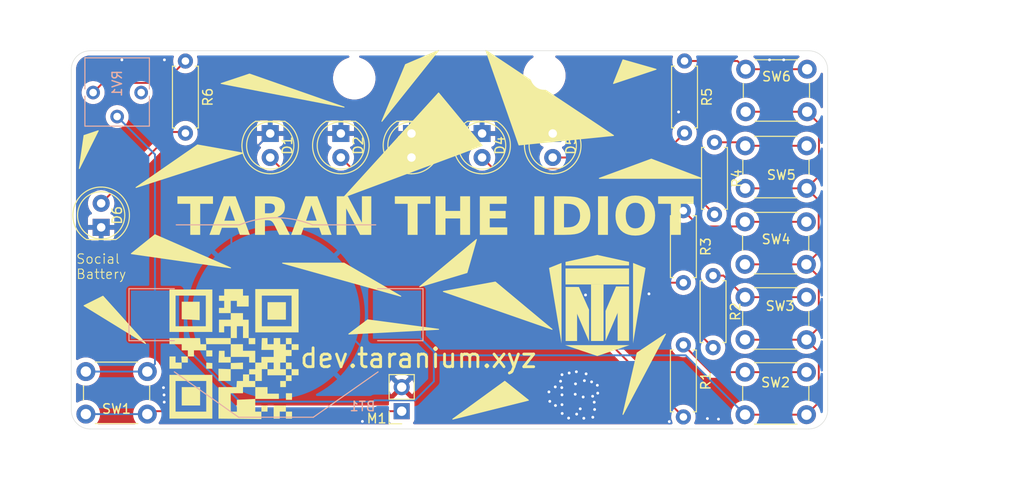
<source format=kicad_pcb>
(kicad_pcb (version 20241229) (generator "pcbnew") (generator_version "9.0")
  (layers (0 "F.Cu" signal) (2 "B.Cu" signal) (13 "F.Paste" user) (15 "B.Paste" user) (5 "F.SilkS" user "F.Silkscreen") (7 "B.SilkS" user "B.Silkscreen") (1 "F.Mask" user) (3 "B.Mask" user) (25 "Edge.Cuts" user))
  (net 0 "")
  (net 1 "GND")
  (net 2 "+3V0")
  (net 3 "Net-(D1-A)")
  (net 4 "Net-(D2-A)")
  (net 5 "Net-(D3-A)")
  (net 6 "Net-(D4-A)")
  (net 7 "Net-(D5-A)")
  (net 8 "Net-(D6-A)")
  (net 9 "Net-(M1-+)")
  (net 10 "Net-(R1-Pad1)")
  (net 11 "Net-(R2-Pad1)")
  (net 12 "Net-(R3-Pad1)")
  (net 13 "Net-(R4-Pad1)")
  (net 14 "Net-(R5-Pad1)")
  (net 15 "Net-(R6-Pad1)")
  (footprint "" (layer "F.Cu") (at 181.43 33.41)
    (property "Reference" "" (at 0 0 0) (layer "F.SilkS") (effects (font (size 1.27 1.27))))
    (property "Value" "")
    (pad "" np_thru_hole circle (at 0 0) (size 3 3) (drill 4) (layers "*.Cu" "*.Mask"))
  )
  (footprint "Resistor_THT:R_Axial_DIN0207_L6.3mm_D2.5mm_P7.62mm_Horizontal" (layer "F.Cu") (at 219.53 40.18 -90)
    (property "Reference" "R4" (at 3.81 -2.37 90) (layer "F.SilkS"))
    (property "Value" "R")
    (fp_line (start 0.54 1.37) (end 7.08 1.37) (stroke (width 0.12)) (layer "F.SilkS"))
    (fp_line (start 7.08 1.37) (end 7.08 1.04) (stroke (width 0.12)) (layer "F.SilkS"))
    (fp_line (start 0.54 1.04) (end 0.54 1.37) (stroke (width 0.12)) (layer "F.SilkS"))
    (fp_line (start 0.54 -1.04) (end 0.54 -1.37) (stroke (width 0.12)) (layer "F.SilkS"))
    (fp_line (start 0.54 -1.37) (end 7.08 -1.37) (stroke (width 0.12)) (layer "F.SilkS"))
    (fp_line (start 7.08 -1.37) (end 7.08 -1.04) (stroke (width 0.12)) (layer "F.SilkS"))
    (pad "1" thru_hole circle (at 0 0 270) (size 1.6 1.6) (drill 0.8) (layers "*.Cu" "*.Mask") (net 13 "Net-(R4-Pad1)"))
    (pad "2" thru_hole oval (at 7.62 0 270) (size 1.6 1.6) (drill 0.8) (layers "*.Cu" "*.Mask") (net 6 "Net-(D4-A)"))
  )
  (footprint "Button_Switch_THT:SW_PUSH_6mm" (layer "F.Cu") (at 222.75 48.59)
    (property "Reference" "SW4" (at 3.3 1.85 0) (layer "F.SilkS"))
    (property "Value" "SW_Push")
    (fp_line (start -0.25 1.5) (end -0.25 3) (stroke (width 0.12)) (layer "F.SilkS"))
    (fp_line (start 1 5.5) (end 5.5 5.5) (stroke (width 0.12)) (layer "F.SilkS"))
    (fp_line (start 5.5 -1) (end 1 -1) (stroke (width 0.12)) (layer "F.SilkS"))
    (fp_line (start 6.75 3) (end 6.75 1.5) (stroke (width 0.12)) (layer "F.SilkS"))
    (pad "1" thru_hole circle (at 0 0 90) (size 2 2) (drill 1.1) (layers "*.Cu" "*.Mask") (net 12 "Net-(R3-Pad1)"))
    (pad "1" thru_hole circle (at 6.5 0 90) (size 2 2) (drill 1.1) (layers "*.Cu" "*.Mask") (net 12 "Net-(R3-Pad1)"))
    (pad "2" thru_hole circle (at 0 4.5 90) (size 2 2) (drill 1.1) (layers "*.Cu" "*.Mask") (net 2 "+3V0"))
    (pad "2" thru_hole circle (at 6.5 4.5 90) (size 2 2) (drill 1.1) (layers "*.Cu" "*.Mask") (net 2 "+3V0"))
  )
  (footprint "Resistor_THT:R_Axial_DIN0207_L6.3mm_D2.5mm_P7.62mm_Horizontal" (layer "F.Cu") (at 216.24 61.61 -90)
    (property "Reference" "R1" (at 3.81 -2.37 90) (layer "F.SilkS"))
    (property "Value" "R")
    (fp_line (start 0.54 1.37) (end 7.08 1.37) (stroke (width 0.12)) (layer "F.SilkS"))
    (fp_line (start 7.08 1.37) (end 7.08 1.04) (stroke (width 0.12)) (layer "F.SilkS"))
    (fp_line (start 0.54 1.04) (end 0.54 1.37) (stroke (width 0.12)) (layer "F.SilkS"))
    (fp_line (start 0.54 -1.04) (end 0.54 -1.37) (stroke (width 0.12)) (layer "F.SilkS"))
    (fp_line (start 0.54 -1.37) (end 7.08 -1.37) (stroke (width 0.12)) (layer "F.SilkS"))
    (fp_line (start 7.08 -1.37) (end 7.08 -1.04) (stroke (width 0.12)) (layer "F.SilkS"))
    (pad "1" thru_hole circle (at 0 0 270) (size 1.6 1.6) (drill 0.8) (layers "*.Cu" "*.Mask") (net 10 "Net-(R1-Pad1)"))
    (pad "2" thru_hole oval (at 7.62 0 270) (size 1.6 1.6) (drill 0.8) (layers "*.Cu" "*.Mask") (net 3 "Net-(D1-A)"))
  )
  (footprint "Button_Switch_THT:SW_PUSH_6mm" (layer "F.Cu") (at 159.54 68.93 180)
    (property "Reference" "SW1" (at 3.26 0.55 0) (layer "F.SilkS"))
    (property "Value" "SW_Push")
    (fp_line (start 6.75 3) (end 6.75 1.5) (stroke (width 0.12)) (layer "F.SilkS"))
    (fp_line (start 5.5 -1) (end 1 -1) (stroke (width 0.12)) (layer "F.SilkS"))
    (fp_line (start 1 5.5) (end 5.5 5.5) (stroke (width 0.12)) (layer "F.SilkS"))
    (fp_line (start -0.25 1.5) (end -0.25 3) (stroke (width 0.12)) (layer "F.SilkS"))
    (pad "1" thru_hole circle (at 0 0 270) (size 2 2) (drill 1.1) (layers "*.Cu" "*.Mask") (net 9 "Net-(M1-+)"))
    (pad "1" thru_hole circle (at 6.5 0 270) (size 2 2) (drill 1.1) (layers "*.Cu" "*.Mask") (net 9 "Net-(M1-+)"))
    (pad "2" thru_hole circle (at 0 4.5 270) (size 2 2) (drill 1.1) (layers "*.Cu" "*.Mask") (net 2 "+3V0"))
    (pad "2" thru_hole circle (at 6.5 4.5 270) (size 2 2) (drill 1.1) (layers "*.Cu" "*.Mask") (net 2 "+3V0"))
  )
  (footprint "LED_THT:LED_D5.0mm" (layer "F.Cu") (at 154.66 49.175 90)
    (property "Reference" "D6" (at 1.275 1.69 90) (layer "F.SilkS"))
    (property "Value" "LED")
    (fp_line (start -1.29 -1.545) (end -1.29 1.545) (stroke (width 0.12)) (layer "F.SilkS"))
    (fp_arc (start -1.29 -1.54483) (mid 2.071756 -2.880501) (end 4.26 -0.000048) (stroke (width 0.12)) (layer "F.SilkS"))
    (fp_arc (start 4.26 0.000048) (mid 2.071756 2.880501) (end -1.29 1.54483) (stroke (width 0.12)) (layer "F.SilkS"))
    (fp_circle (center 1.27 0) (end 3.77 0) (stroke (width 0.12)) (fill no) (layer "F.SilkS"))
    (pad "1" thru_hole rect (at 0 0 90) (size 1.8 1.8) (drill 0.9) (layers "*.Cu" "*.Mask") (net 1 "GND"))
    (pad "2" thru_hole circle (at 2.54 0 90) (size 1.8 1.8) (drill 0.9) (layers "*.Cu" "*.Mask") (net 8 "Net-(D6-A)"))
  )
  (footprint "LED_THT:LED_D5.0mm" (layer "F.Cu") (at 180.01 39.25 -90)
    (property "Reference" "D2" (at 1.27 -1.84 90) (layer "F.SilkS"))
    (property "Value" "LED")
    (fp_line (start -1.29 -1.545) (end -1.29 1.545) (stroke (width 0.12)) (layer "F.SilkS"))
    (fp_arc (start 4.26 0.000048) (mid 2.071756 2.880501) (end -1.29 1.54483) (stroke (width 0.12)) (layer "F.SilkS"))
    (fp_arc (start -1.29 -1.54483) (mid 2.071756 -2.880501) (end 4.26 -0.000048) (stroke (width 0.12)) (layer "F.SilkS"))
    (fp_circle (center 1.27 0) (end 3.77 0) (stroke (width 0.12)) (fill no) (layer "F.SilkS"))
    (pad "1" thru_hole rect (at 0 0 270) (size 1.8 1.8) (drill 0.9) (layers "*.Cu" "*.Mask") (net 1 "GND"))
    (pad "2" thru_hole circle (at 2.54 0 270) (size 1.8 1.8) (drill 0.9) (layers "*.Cu" "*.Mask") (net 4 "Net-(D2-A)"))
  )
  (footprint "LED_THT:LED_D5.0mm" (layer "F.Cu") (at 172.54 39.25 -90)
    (property "Reference" "D1" (at 1.27 -1.81 90) (layer "F.SilkS"))
    (property "Value" "LED")
    (fp_line (start -1.29 -1.545) (end -1.29 1.545) (stroke (width 0.12)) (layer "F.SilkS"))
    (fp_arc (start 4.26 0.000048) (mid 2.071756 2.880501) (end -1.29 1.54483) (stroke (width 0.12)) (layer "F.SilkS"))
    (fp_arc (start -1.29 -1.54483) (mid 2.071756 -2.880501) (end 4.26 -0.000048) (stroke (width 0.12)) (layer "F.SilkS"))
    (fp_circle (center 1.27 0) (end 3.77 0) (stroke (width 0.12)) (fill no) (layer "F.SilkS"))
    (pad "1" thru_hole rect (at 0 0 270) (size 1.8 1.8) (drill 0.9) (layers "*.Cu" "*.Mask") (net 1 "GND"))
    (pad "2" thru_hole circle (at 2.54 0 270) (size 1.8 1.8) (drill 0.9) (layers "*.Cu" "*.Mask") (net 3 "Net-(D1-A)"))
  )
  (footprint "LED_THT:LED_D5.0mm" (layer "F.Cu") (at 194.95 39.25 -90)
    (property "Reference" "D4" (at 1.27 -1.9 90) (layer "F.SilkS"))
    (property "Value" "LED")
    (fp_line (start -1.29 -1.545) (end -1.29 1.545) (stroke (width 0.12)) (layer "F.SilkS"))
    (fp_arc (start 4.26 0.000048) (mid 2.071756 2.880501) (end -1.29 1.54483) (stroke (width 0.12)) (layer "F.SilkS"))
    (fp_arc (start -1.29 -1.54483) (mid 2.071756 -2.880501) (end 4.26 -0.000048) (stroke (width 0.12)) (layer "F.SilkS"))
    (fp_circle (center 1.27 0) (end 3.77 0) (stroke (width 0.12)) (fill no) (layer "F.SilkS"))
    (pad "1" thru_hole rect (at 0 0 270) (size 1.8 1.8) (drill 0.9) (layers "*.Cu" "*.Mask") (net 1 "GND"))
    (pad "2" thru_hole circle (at 2.54 0 270) (size 1.8 1.8) (drill 0.9) (layers "*.Cu" "*.Mask") (net 6 "Net-(D4-A)"))
  )
  (footprint "Connector_PinSocket_2.54mm:PinSocket_1x02_P2.54mm_Vertical" (layer "F.Cu") (at 186.445 68.62 180)
    (property "Reference" "M1" (at 2.645 -0.78 0) (layer "F.SilkS"))
    (property "Value" "Motor_DC")
    (fp_line (start 1.33 1.27) (end 1.33 3.87) (stroke (width 0.12)) (layer "F.SilkS"))
    (fp_line (start 1.33 -1.33) (end 1.33 0) (stroke (width 0.12)) (layer "F.SilkS"))
    (fp_line (start 0 -1.33) (end 1.33 -1.33) (stroke (width 0.12)) (layer "F.SilkS"))
    (fp_line (start -1.33 3.87) (end 1.33 3.87) (stroke (width 0.12)) (layer "F.SilkS"))
    (fp_line (start -1.33 1.27) (end 1.33 1.27) (stroke (width 0.12)) (layer "F.SilkS"))
    (fp_line (start -1.33 1.27) (end -1.33 3.87) (stroke (width 0.12)) (layer "F.SilkS"))
    (pad "1" thru_hole rect (at 0 0 180) (size 1.7 1.7) (drill 1) (layers "*.Cu" "*.Mask") (net 9 "Net-(M1-+)"))
    (pad "2" thru_hole circle (at 0 2.54 180) (size 1.7 1.7) (drill 1) (layers "*.Cu" "*.Mask") (net 1 "GND"))
  )
  (footprint "LED_THT:LED_D5.0mm" (layer "F.Cu") (at 202.42 39.25 -90)
    (property "Reference" "D5" (at 1.27 -1.93 90) (layer "F.SilkS"))
    (property "Value" "LED")
    (fp_line (start -1.29 -1.545) (end -1.29 1.545) (stroke (width 0.12)) (layer "F.SilkS"))
    (fp_arc (start 4.26 0.000048) (mid 2.071756 2.880501) (end -1.29 1.54483) (stroke (width 0.12)) (layer "F.SilkS"))
    (fp_arc (start -1.29 -1.54483) (mid 2.071756 -2.880501) (end 4.26 -0.000048) (stroke (width 0.12)) (layer "F.SilkS"))
    (fp_circle (center 1.27 0) (end 3.77 0) (stroke (width 0.12)) (fill no) (layer "F.SilkS"))
    (pad "1" thru_hole rect (at 0 0 270) (size 1.8 1.8) (drill 0.9) (layers "*.Cu" "*.Mask") (net 1 "GND"))
    (pad "2" thru_hole circle (at 2.54 0 270) (size 1.8 1.8) (drill 0.9) (layers "*.Cu" "*.Mask") (net 7 "Net-(D5-A)"))
  )
  (footprint "Button_Switch_THT:SW_PUSH_6mm" (layer "F.Cu") (at 222.76 56.56)
    (property "Reference" "SW3" (at 3.71 0.94 0) (layer "F.SilkS"))
    (property "Value" "SW_Push")
    (fp_line (start -0.25 1.5) (end -0.25 3) (stroke (width 0.12)) (layer "F.SilkS"))
    (fp_line (start 1 5.5) (end 5.5 5.5) (stroke (width 0.12)) (layer "F.SilkS"))
    (fp_line (start 5.5 -1) (end 1 -1) (stroke (width 0.12)) (layer "F.SilkS"))
    (fp_line (start 6.75 3) (end 6.75 1.5) (stroke (width 0.12)) (layer "F.SilkS"))
    (pad "1" thru_hole circle (at 0 0 90) (size 2 2) (drill 1.1) (layers "*.Cu" "*.Mask") (net 11 "Net-(R2-Pad1)"))
    (pad "1" thru_hole circle (at 6.5 0 90) (size 2 2) (drill 1.1) (layers "*.Cu" "*.Mask") (net 11 "Net-(R2-Pad1)"))
    (pad "2" thru_hole circle (at 0 4.5 90) (size 2 2) (drill 1.1) (layers "*.Cu" "*.Mask") (net 2 "+3V0"))
    (pad "2" thru_hole circle (at 6.5 4.5 90) (size 2 2) (drill 1.1) (layers "*.Cu" "*.Mask") (net 2 "+3V0"))
  )
  (footprint "Resistor_THT:R_Axial_DIN0207_L6.3mm_D2.5mm_P7.62mm_Horizontal" (layer "F.Cu") (at 219.38 54.28 -90)
    (property "Reference" "R2" (at 3.81 -2.37 90) (layer "F.SilkS"))
    (property "Value" "R")
    (fp_line (start 0.54 1.37) (end 7.08 1.37) (stroke (width 0.12)) (layer "F.SilkS"))
    (fp_line (start 7.08 1.37) (end 7.08 1.04) (stroke (width 0.12)) (layer "F.SilkS"))
    (fp_line (start 0.54 1.04) (end 0.54 1.37) (stroke (width 0.12)) (layer "F.SilkS"))
    (fp_line (start 0.54 -1.04) (end 0.54 -1.37) (stroke (width 0.12)) (layer "F.SilkS"))
    (fp_line (start 0.54 -1.37) (end 7.08 -1.37) (stroke (width 0.12)) (layer "F.SilkS"))
    (fp_line (start 7.08 -1.37) (end 7.08 -1.04) (stroke (width 0.12)) (layer "F.SilkS"))
    (pad "1" thru_hole circle (at 0 0 270) (size 1.6 1.6) (drill 0.8) (layers "*.Cu" "*.Mask") (net 11 "Net-(R2-Pad1)"))
    (pad "2" thru_hole oval (at 7.62 0 270) (size 1.6 1.6) (drill 0.8) (layers "*.Cu" "*.Mask") (net 4 "Net-(D2-A)"))
  )
  (footprint "Resistor_THT:R_Axial_DIN0207_L6.3mm_D2.5mm_P7.62mm_Horizontal" (layer "F.Cu") (at 163.57 31.59 -90)
    (property "Reference" "R6" (at 3.81 -2.37 90) (layer "F.SilkS"))
    (property "Value" "R")
    (fp_line (start 0.54 1.37) (end 7.08 1.37) (stroke (width 0.12)) (layer "F.SilkS"))
    (fp_line (start 7.08 1.37) (end 7.08 1.04) (stroke (width 0.12)) (layer "F.SilkS"))
    (fp_line (start 0.54 1.04) (end 0.54 1.37) (stroke (width 0.12)) (layer "F.SilkS"))
    (fp_line (start 0.54 -1.04) (end 0.54 -1.37) (stroke (width 0.12)) (layer "F.SilkS"))
    (fp_line (start 0.54 -1.37) (end 7.08 -1.37) (stroke (width 0.12)) (layer "F.SilkS"))
    (fp_line (start 7.08 -1.37) (end 7.08 -1.04) (stroke (width 0.12)) (layer "F.SilkS"))
    (pad "1" thru_hole circle (at 0 0 270) (size 1.6 1.6) (drill 0.8) (layers "*.Cu" "*.Mask") (net 15 "Net-(R6-Pad1)"))
    (pad "2" thru_hole oval (at 7.62 0 270) (size 1.6 1.6) (drill 0.8) (layers "*.Cu" "*.Mask") (net 8 "Net-(D6-A)"))
  )
  (footprint "Button_Switch_THT:SW_PUSH_6mm" (layer "F.Cu") (at 222.78 40.55)
    (property "Reference" "SW5" (at 3.82 3.09 0) (layer "F.SilkS"))
    (property "Value" "SW_Push")
    (fp_line (start -0.25 1.5) (end -0.25 3) (stroke (width 0.12)) (layer "F.SilkS"))
    (fp_line (start 1 5.5) (end 5.5 5.5) (stroke (width 0.12)) (layer "F.SilkS"))
    (fp_line (start 5.5 -1) (end 1 -1) (stroke (width 0.12)) (layer "F.SilkS"))
    (fp_line (start 6.75 3) (end 6.75 1.5) (stroke (width 0.12)) (layer "F.SilkS"))
    (pad "1" thru_hole circle (at 0 0 90) (size 2 2) (drill 1.1) (layers "*.Cu" "*.Mask") (net 13 "Net-(R4-Pad1)"))
    (pad "1" thru_hole circle (at 6.5 0 90) (size 2 2) (drill 1.1) (layers "*.Cu" "*.Mask") (net 13 "Net-(R4-Pad1)"))
    (pad "2" thru_hole circle (at 0 4.5 90) (size 2 2) (drill 1.1) (layers "*.Cu" "*.Mask") (net 2 "+3V0"))
    (pad "2" thru_hole circle (at 6.5 4.5 90) (size 2 2) (drill 1.1) (layers "*.Cu" "*.Mask") (net 2 "+3V0"))
  )
  (footprint "Button_Switch_THT:SW_PUSH_6mm" (layer "F.Cu") (at 222.83 32.45)
    (property "Reference" "SW6" (at 3.26 0.78 0) (layer "F.SilkS"))
    (property "Value" "SW_Push")
    (fp_line (start -0.25 1.5) (end -0.25 3) (stroke (width 0.12)) (layer "F.SilkS"))
    (fp_line (start 1 5.5) (end 5.5 5.5) (stroke (width 0.12)) (layer "F.SilkS"))
    (fp_line (start 5.5 -1) (end 1 -1) (stroke (width 0.12)) (layer "F.SilkS"))
    (fp_line (start 6.75 3) (end 6.75 1.5) (stroke (width 0.12)) (layer "F.SilkS"))
    (pad "1" thru_hole circle (at 0 0 90) (size 2 2) (drill 1.1) (layers "*.Cu" "*.Mask") (net 14 "Net-(R5-Pad1)"))
    (pad "1" thru_hole circle (at 6.5 0 90) (size 2 2) (drill 1.1) (layers "*.Cu" "*.Mask") (net 14 "Net-(R5-Pad1)"))
    (pad "2" thru_hole circle (at 0 4.5 90) (size 2 2) (drill 1.1) (layers "*.Cu" "*.Mask") (net 2 "+3V0"))
    (pad "2" thru_hole circle (at 6.5 4.5 90) (size 2 2) (drill 1.1) (layers "*.Cu" "*.Mask") (net 2 "+3V0"))
  )
  (footprint "Button_Switch_THT:SW_PUSH_6mm" (layer "F.Cu") (at 222.76 64.49)
    (property "Reference" "SW2" (at 3.23 1.1 0) (layer "F.SilkS"))
    (property "Value" "SW_Push")
    (fp_line (start -0.25 1.5) (end -0.25 3) (stroke (width 0.12)) (layer "F.SilkS"))
    (fp_line (start 1 5.5) (end 5.5 5.5) (stroke (width 0.12)) (layer "F.SilkS"))
    (fp_line (start 5.5 -1) (end 1 -1) (stroke (width 0.12)) (layer "F.SilkS"))
    (fp_line (start 6.75 3) (end 6.75 1.5) (stroke (width 0.12)) (layer "F.SilkS"))
    (pad "1" thru_hole circle (at 0 0 90) (size 2 2) (drill 1.1) (layers "*.Cu" "*.Mask") (net 10 "Net-(R1-Pad1)"))
    (pad "1" thru_hole circle (at 6.5 0 90) (size 2 2) (drill 1.1) (layers "*.Cu" "*.Mask") (net 10 "Net-(R1-Pad1)"))
    (pad "2" thru_hole circle (at 0 4.5 90) (size 2 2) (drill 1.1) (layers "*.Cu" "*.Mask") (net 2 "+3V0"))
    (pad "2" thru_hole circle (at 6.5 4.5 90) (size 2 2) (drill 1.1) (layers "*.Cu" "*.Mask") (net 2 "+3V0"))
  )
  (footprint "LED_THT:LED_D5.0mm" (layer "F.Cu") (at 187.48 39.25 -90)
    (property "Reference" "D3" (at 1.27 -1.87 90) (layer "F.SilkS"))
    (property "Value" "LED")
    (fp_line (start -1.29 -1.545) (end -1.29 1.545) (stroke (width 0.12)) (layer "F.SilkS"))
    (fp_arc (start 4.26 0.000048) (mid 2.071756 2.880501) (end -1.29 1.54483) (stroke (width 0.12)) (layer "F.SilkS"))
    (fp_arc (start -1.29 -1.54483) (mid 2.071756 -2.880501) (end 4.26 -0.000048) (stroke (width 0.12)) (layer "F.SilkS"))
    (fp_circle (center 1.27 0) (end 3.77 0) (stroke (width 0.12)) (fill no) (layer "F.SilkS"))
    (pad "1" thru_hole rect (at 0 0 270) (size 1.8 1.8) (drill 0.9) (layers "*.Cu" "*.Mask") (net 1 "GND"))
    (pad "2" thru_hole circle (at 2.54 0 270) (size 1.8 1.8) (drill 0.9) (layers "*.Cu" "*.Mask") (net 5 "Net-(D3-A)"))
  )
  (footprint "Resistor_THT:R_Axial_DIN0207_L6.3mm_D2.5mm_P7.62mm_Horizontal" (layer "F.Cu") (at 216.36 31.58 -90)
    (property "Reference" "R5" (at 3.81 -2.37 90) (layer "F.SilkS"))
    (property "Value" "R")
    (fp_line (start 0.54 1.37) (end 7.08 1.37) (stroke (width 0.12)) (layer "F.SilkS"))
    (fp_line (start 7.08 1.37) (end 7.08 1.04) (stroke (width 0.12)) (layer "F.SilkS"))
    (fp_line (start 0.54 1.04) (end 0.54 1.37) (stroke (width 0.12)) (layer "F.SilkS"))
    (fp_line (start 0.54 -1.04) (end 0.54 -1.37) (stroke (width 0.12)) (layer "F.SilkS"))
    (fp_line (start 0.54 -1.37) (end 7.08 -1.37) (stroke (width 0.12)) (layer "F.SilkS"))
    (fp_line (start 7.08 -1.37) (end 7.08 -1.04) (stroke (width 0.12)) (layer "F.SilkS"))
    (pad "1" thru_hole circle (at 0 0 270) (size 1.6 1.6) (drill 0.8) (layers "*.Cu" "*.Mask") (net 14 "Net-(R5-Pad1)"))
    (pad "2" thru_hole oval (at 7.62 0 270) (size 1.6 1.6) (drill 0.8) (layers "*.Cu" "*.Mask") (net 7 "Net-(D5-A)"))
  )
  (footprint "Resistor_THT:R_Axial_DIN0207_L6.3mm_D2.5mm_P7.62mm_Horizontal" (layer "F.Cu") (at 216.24 47.41 -90)
    (property "Reference" "R3" (at 3.81 -2.37 90) (layer "F.SilkS"))
    (property "Value" "R")
    (fp_line (start 0.54 1.37) (end 7.08 1.37) (stroke (width 0.12)) (layer "F.SilkS"))
    (fp_line (start 7.08 1.37) (end 7.08 1.04) (stroke (width 0.12)) (layer "F.SilkS"))
    (fp_line (start 0.54 1.04) (end 0.54 1.37) (stroke (width 0.12)) (layer "F.SilkS"))
    (fp_line (start 0.54 -1.04) (end 0.54 -1.37) (stroke (width 0.12)) (layer "F.SilkS"))
    (fp_line (start 0.54 -1.37) (end 7.08 -1.37) (stroke (width 0.12)) (layer "F.SilkS"))
    (fp_line (start 7.08 -1.37) (end 7.08 -1.04) (stroke (width 0.12)) (layer "F.SilkS"))
    (pad "1" thru_hole circle (at 0 0 270) (size 1.6 1.6) (drill 0.8) (layers "*.Cu" "*.Mask") (net 12 "Net-(R3-Pad1)"))
    (pad "2" thru_hole oval (at 7.62 0 270) (size 1.6 1.6) (drill 0.8) (layers "*.Cu" "*.Mask") (net 5 "Net-(D3-A)"))
  )
  (footprint "MountingHole:MountingHole_3.7mm" (layer "F.Cu") (at 201.54 33.13)
    (property "Reference" "REF**" (hide yes))
    (property "Value" "MountingHole_3.7mm")
    (pad "" np_thru_hole circle (at 0 0) (size 3 3) (drill 4) (layers "*.Cu" "*.Mask"))
  )
  (footprint "Battery:BatteryHolder_Keystone_3002_1x2032" (layer "B.Cu") (at 173.15 58.41 180)
    (property "Reference" "BT1" (at -9.15 -9.7 0) (layer "B.SilkS") (effects (justify mirror)))
    (property "Value" "Battery_Cell")
    (fp_line (start 15.55 2.75) (end 10.75 2.75) (stroke (width 0.12)) (layer "B.SilkS"))
    (fp_line (start 15.55 -2.75) (end 15.55 2.75) (stroke (width 0.12)) (layer "B.SilkS"))
    (fp_line (start 10.75 -2.75) (end 15.55 -2.75) (stroke (width 0.12)) (layer "B.SilkS"))
    (fp_line (start 10.55 9.5) (end 3.85 9.5) (stroke (width 0.12)) (layer "B.SilkS"))
    (fp_line (start 3.95 -10.85) (end 10.75 -6.05) (stroke (width 0.12)) (layer "B.SilkS"))
    (fp_line (start -3.95 -10.85) (end 3.95 -10.85) (stroke (width 0.12)) (layer "B.SilkS"))
    (fp_line (start -10.55 9.5) (end -3.85 9.5) (stroke (width 0.12)) (layer "B.SilkS"))
    (fp_line (start -10.75 2.75) (end -15.55 2.75) (stroke (width 0.12)) (layer "B.SilkS"))
    (fp_line (start -10.8 -6.05) (end -3.95 -10.85) (stroke (width 0.12)) (layer "B.SilkS"))
    (fp_line (start -15.55 2.75) (end -15.55 -2.75) (stroke (width 0.12)) (layer "B.SilkS"))
    (fp_line (start -15.55 -2.75) (end -10.75 -2.75) (stroke (width 0.12)) (layer "B.SilkS"))
    (fp_arc (start 3.85 9.5) (mid 0.00195 10.250488) (end -3.846385 9.501464) (stroke (width 0.12)) (layer "B.SilkS"))
    (pad "1" smd rect (at -12.8 0 180) (size 5.1 5.1) (layers "B.Cu" "B.Mask" "B.Paste") (net 2 "+3V0"))
    (pad "1" smd rect (at 12.8 0 180) (size 5.1 5.1) (layers "B.Cu" "B.Mask" "B.Paste") (net 2 "+3V0"))
    (pad "2" smd circle (at 0 0 180) (size 17.8 17.8) (layers "B.Cu" "B.Mask") (net 1 "GND"))
  )
  (footprint "Potentiometer_THT:Potentiometer_Vishay_T73YP_Vertical" (layer "B.Cu") (at 158.89 34.92 -90)
    (property "Reference" "RV1" (at -0.96 2.54 90) (layer "B.SilkS") (effects (justify mirror)))
    (property "Value" "R_Potentiometer")
    (fp_line (start -3.67 5.95) (end -0.382 5.95) (stroke (width 0.12)) (layer "B.SilkS"))
    (fp_line (start -3.67 5.95) (end -3.67 -0.87) (stroke (width 0.12)) (layer "B.SilkS"))
    (fp_line (start 0.382 5.95) (end 3.55 5.95) (stroke (width 0.12)) (layer "B.SilkS"))
    (fp_line (start 3.55 5.95) (end 3.55 -0.87) (stroke (width 0.12)) (layer "B.SilkS"))
    (fp_line (start -3.67 -0.87) (end -0.382 -0.87) (stroke (width 0.12)) (layer "B.SilkS"))
    (fp_line (start 0.382 -0.87) (end 3.55 -0.87) (stroke (width 0.12)) (layer "B.SilkS"))
    (pad "1" thru_hole circle (at 0 0 270) (size 1.44 1.44) (drill 0.8) (layers "*.Cu" "*.Mask"))
    (pad "2" thru_hole circle (at 2.54 2.54 270) (size 1.44 1.44) (drill 0.8) (layers "*.Cu" "*.Mask") (net 2 "+3V0"))
    (pad "3" thru_hole circle (at 0 5.08 270) (size 1.44 1.44) (drill 0.8) (layers "*.Cu" "*.Mask") (net 15 "Net-(R6-Pad1)"))
  )
  (gr_poly (pts (xy 207.133541 62.782917) (xy 203.719411 61.63198) (xy 210.547672 61.63198)) (fill yes) (layer "F.SilkS"))
  (gr_poly (pts (xy 174.847603 69.406667) (xy 174.199375 69.406667) (xy 174.199375 68.665833) (xy 174.847603 68.665833)) (fill yes) (layer "F.SilkS"))
  (gr_poly (pts (xy 204.997613 61.197746) (xy 203.783387 61.197746) (xy 203.783387 55.480417) (xy 204.997613 55.480417)) (fill yes) (layer "F.SilkS"))
  (gr_poly (pts (xy 210.49375 52.832071) (xy 210.49375 53.205001) (xy 203.773333 53.205001) (xy 203.773333 52.832071) (xy 207.133541 52.093751)) (fill yes) (layer "F.SilkS"))
  (gr_poly (pts (xy 160.35 49.96) (xy 168.35 53.46) (xy 157.85 51.96)) (stroke (width 0.1)) (fill yes) (layer "F.SilkS"))
  (gr_poly (pts (xy 210.49375 61.178431) (xy 209.28291 61.178431) (xy 209.28291 55.454996) (xy 210.49375 55.454996)) (fill yes) (layer "F.SilkS"))
  (gr_poly (pts (xy 180.35 52.96) (xy 186.35 56.46) (xy 173.85 52.96)) (stroke (width 0.1)) (fill yes) (layer "F.SilkS"))
  (gr_poly (pts (xy 152.85 57.46) (xy 154.85 56.46) (xy 159.35 61.46)) (stroke (width 0.1)) (fill yes) (layer "F.SilkS"))
  (gr_poly (pts (xy 212.239999 53.469854) (xy 210.917082 61.46) (xy 210.917082 52.940417)) (fill yes) (layer "F.SilkS"))
  (gr_poly (pts (xy 174.801302 61.535313) (xy 174.199375 61.535313) (xy 174.199375 60.887084) (xy 174.801302 60.887084)) (fill yes) (layer "F.SilkS"))
  (gr_poly (pts (xy 166.420625 69.406667) (xy 161.883021 69.406667) (xy 161.883021 68.665833) (xy 162.53125 68.665833) (xy 165.772396 68.665833) (xy 165.772396 65.424688) (xy 162.53125 65.424688) (xy 162.53125 68.665833) (xy 161.883021 68.665833) (xy 161.883021 64.776459) (xy 166.420625 64.776459)) (fill yes) (layer "F.SilkS"))
  (gr_poly (pts (xy 188.35 55.46) (xy 194.35 50.46) (xy 193.35 53.96)) (stroke (width 0.1)) (fill yes) (layer "F.SilkS"))
  (gr_poly (pts (xy 174.801302 65.424688) (xy 174.199375 65.424688) (xy 174.199375 64.822761) (xy 174.801302 64.822761)) (fill yes) (layer "F.SilkS"))
  (gr_poly (pts (xy 165.170469 61.535313) (xy 165.772396 61.535313) (xy 165.772396 61.581615) (xy 165.772396 62.183542) (xy 164.475937 62.183542) (xy 164.475937 62.831771) (xy 163.827708 62.831771) (xy 163.827708 62.183542) (xy 163.179479 62.183542) (xy 163.179479 61.535313) (xy 161.883021 61.535313) (xy 161.883021 60.887084) (xy 165.124167 60.887084)) (fill yes) (layer "F.SilkS"))
  (gr_poly (pts (xy 190.35 30.46) (xy 186.85 31.96) (xy 184.35 37.96)) (stroke (width 0.1)) (fill yes) (layer "F.SilkS"))
  (gr_poly (pts (xy 174.199375 58.942397) (xy 172.254687 58.942397) (xy 172.254687 57.090313) (xy 174.199375 57.090313)) (fill yes) (layer "F.SilkS"))
  (gr_poly (pts (xy 207.795 61.195417) (xy 206.472083 61.195417) (xy 206.472083 55.215834) (xy 207.795 55.215834)) (fill yes) (layer "F.SilkS"))
  (gr_poly (pts (xy 170.31 65.424688) (xy 170.911927 65.424688) (xy 170.958229 65.424688) (xy 170.958229 66.072917) (xy 170.911927 66.072917) (xy 169.66177 66.072917) (xy 169.66177 66.721146) (xy 168.365312 66.721146) (xy 168.365312 68.665833) (xy 169.013541 68.665833) (xy 169.013541 67.415678) (xy 170.958229 67.323074) (xy 170.958229 68.665833) (xy 171.606458 68.665833) (xy 171.606458 69.452969) (xy 167.068854 69.406667) (xy 167.068854 66.072917) (xy 168.967239 66.072917) (xy 169.013541 65.424688) (xy 169.66177 65.424688) (xy 169.66177 64.730157) (xy 170.31 64.730157)) (fill yes) (layer "F.SilkS"))
  (gr_poly (pts (xy 175.542135 60.285157) (xy 170.958229 60.285157) (xy 170.958229 59.636928) (xy 171.65276 59.636928) (xy 174.801302 59.636928) (xy 174.801302 56.395782) (xy 171.65276 56.395782) (xy 171.65276 59.636928) (xy 170.958229 59.636928) (xy 170.958229 55.701251) (xy 175.542135 55.701251)) (fill yes) (layer "F.SilkS"))
  (gr_poly (pts (xy 174.847603 67.415678) (xy 174.199375 67.415678) (xy 174.199375 67.323074) (xy 174.199375 66.721146) (xy 174.847603 66.721146)) (fill yes) (layer "F.SilkS"))
  (gr_poly (pts (xy 174.801302 64.174532) (xy 174.199375 64.174532) (xy 174.199375 63.48) (xy 174.801302 63.48)) (fill yes) (layer "F.SilkS"))
  (gr_poly (pts (xy 163.827708 63.48) (xy 163.179479 63.48) (xy 163.133177 62.831771) (xy 163.827708 62.831771)) (fill yes) (layer "F.SilkS"))
  (gr_poly (pts (xy 166.420625 62.831771) (xy 165.772396 62.831771) (xy 165.772396 62.183542) (xy 166.420625 62.183542)) (fill yes) (layer "F.SilkS"))
  (gr_poly (pts (xy 152.35 42.96) (xy 152.85 39.46) (xy 154.35 38.96)) (stroke (width 0.1)) (fill yes) (layer "F.SilkS"))
  (gr_poly (pts (xy 196.35 54.96) (xy 202.35 59.96) (xy 190.85 55.96)) (stroke (width 0.1)) (fill yes) (layer "F.SilkS"))
  (gr_poly (pts (xy 208.85 33.96) (xy 213.35 32.46) (xy 209.85 31.46)) (stroke (width 0.1)) (fill yes) (layer "F.SilkS"))
  (gr_poly (pts (xy 166.420625 60.238855) (xy 161.883021 60.238855) (xy 161.883021 59.636928) (xy 162.53125 59.636928) (xy 165.726094 59.636928) (xy 165.726094 56.395782) (xy 162.53125 56.395782) (xy 162.53125 59.636928) (xy 161.883021 59.636928) (xy 161.883021 55.747553) (xy 166.420625 55.747553)) (fill yes) (layer "F.SilkS"))
  (gr_poly (pts (xy 175.542135 64.822761) (xy 174.801302 64.822761) (xy 174.801302 64.174532) (xy 175.542135 64.174532)) (fill yes) (layer "F.SilkS"))
  (gr_poly (pts (xy 203.35 61.46) (xy 202.027083 53.469854) (xy 203.35 52.940417)) (fill yes) (layer "F.SilkS"))
  (gr_poly (pts (xy 170.958229 61.535313) (xy 170.263697 61.535313) (xy 170.263697 60.887084) (xy 170.958229 60.887084)) (fill yes) (layer "F.SilkS"))
  (gr_poly (pts (xy 208.006666 61.195417) (xy 208.006666 58.012797) (xy 209.113365 55.427501) (xy 210.48687 55.427501)) (fill yes) (layer "F.SilkS"))
  (gr_poly (pts (xy 174.199375 66.072917) (xy 173.597448 66.072917) (xy 173.597448 65.424688) (xy 174.199375 65.424688)) (fill yes) (layer "F.SilkS"))
  (gr_poly (pts (xy 168.365312 61.535313) (xy 165.772396 61.535313) (xy 165.726094 60.887084) (xy 168.365312 60.887084)) (fill yes) (layer "F.SilkS"))
  (gr_poly (pts (xy 195.35 30.46) (xy 208.85 39.46) (xy 198.85 40.46)) (stroke (width 0.1)) (fill yes) (layer "F.SilkS"))
  (gr_poly (pts (xy 206.260416 57.883734) (xy 206.260416 61.248334) (xy 203.773333 55.486561) (xy 205.19187 55.486561)) (fill yes) (layer "F.SilkS"))
  (gr_poly (pts (xy 166.420625 63.526303) (xy 166.420625 64.12823) (xy 165.772396 64.12823) (xy 165.772396 63.48)) (fill yes) (layer "F.SilkS"))
  (gr_poly (pts (xy 167.717083 62.878073) (xy 168.365312 62.878073) (xy 168.365312 63.48) (xy 167.068854 63.48) (xy 167.115156 62.229844) (xy 167.717083 62.229844)) (fill yes) (layer "F.SilkS"))
  (gr_poly (pts (xy 162.53125 63.48) (xy 163.179479 63.48) (xy 163.179479 64.12823) (xy 161.883021 64.12823) (xy 161.883021 62.831771) (xy 162.53125 62.831771)) (fill yes) (layer "F.SilkS"))
  (gr_poly (pts (xy 210.49375 55.215834) (xy 203.773333 55.215834) (xy 203.773333 53.522501) (xy 210.49375 53.522501)) (fill yes) (layer "F.SilkS"))
  (gr_poly (pts (xy 172.254687 66.767448) (xy 173.458541 66.767448) (xy 173.458541 67.323074) (xy 170.958229 67.323074) (xy 170.958229 66.072917) (xy 172.254687 66.072917)) (fill yes) (layer "F.SilkS"))
  (gr_poly (pts (xy 165.077864 58.988699) (xy 163.179479 58.896094) (xy 163.179479 57.044011) (xy 165.077864 57.044011)) (fill yes) (layer "F.SilkS"))
  (gr_poly (pts (xy 164.85 40.46) (xy 169.659499 41.321756) (xy 158.35 44.96)) (stroke (width 0.1)) (fill yes) (layer "F.SilkS"))
  (gr_poly (pts (xy 170.35 32.96) (xy 180.35 36.46) (xy 167.35 33.96)) (stroke (width 0.1)) (fill yes) (layer "F.SilkS"))
  (gr_poly (pts (xy 190.35 34.96) (xy 194.95 40.52) (xy 180.35 45.96)) (stroke (width 0.1)) (fill yes) (layer "F.SilkS"))
  (gr_poly (pts (xy 169.66177 56.395782) (xy 170.263697 56.395782) (xy 170.263697 57.553334) (xy 169.013541 57.553334) (xy 169.013541 56.951407) (xy 168.365312 56.951407) (xy 168.365312 58.247866) (xy 167.115156 58.247866) (xy 167.115156 57.69224) (xy 167.670781 57.69224) (xy 167.670781 56.951407) (xy 167.115156 56.951407) (xy 167.115156 56.395782) (xy 167.670781 56.395782) (xy 167.670781 55.701251) (xy 169.66177 55.701251)) (fill yes) (layer "F.SilkS"))
  (gr_poly (pts (xy 172.254687 68.665833) (xy 171.606458 68.665833) (xy 171.606458 68.017605) (xy 172.254687 68.017605)) (fill yes) (layer "F.SilkS"))
  (gr_poly (pts (xy 175.542135 62.13724) (xy 174.801302 62.13724) (xy 174.801302 61.535313) (xy 175.542135 61.535313)) (fill yes) (layer "F.SilkS"))
  (gr_poly (pts (xy 172.254687 61.535313) (xy 172.902916 61.535313) (xy 172.902916 60.887084) (xy 173.597448 60.887084) (xy 173.597448 61.535313) (xy 174.199375 61.535313) (xy 174.199375 62.13724) (xy 174.801302 62.13724) (xy 174.801302 62.785469) (xy 174.199375 62.785469) (xy 174.199375 63.48) (xy 173.597448 63.48) (xy 173.597448 64.174532) (xy 174.199375 64.174532) (xy 174.199375 64.822761) (xy 172.254687 64.822761) (xy 172.254687 64.174532) (xy 172.902916 64.174532) (xy 172.902916 63.48) (xy 172.254687 63.48) (xy 172.254687 64.174532) (xy 171.65276 64.174532) (xy 171.65276 65.424688) (xy 170.958229 65.424688) (xy 170.958229 64.730157) (xy 170.31 64.730157) (xy 170.31 64.174532) (xy 170.958229 64.174532) (xy 170.958229 63.48) (xy 171.606458 63.48) (xy 171.606458 62.878073) (xy 172.902916 62.878073) (xy 172.902916 62.13724) (xy 171.606458 62.13724) (xy 171.65276 60.887084) (xy 172.254687 60.887084)) (fill yes) (layer "F.SilkS"))
  (gr_poly (pts (xy 169.66177 58.942397) (xy 170.263697 58.942397) (xy 170.263697 60.887084) (xy 169.66177 60.887084) (xy 169.66177 59.636928) (xy 169.013541 59.636928) (xy 169.013541 60.887084) (xy 168.365312 60.887084) (xy 168.365312 59.636928) (xy 167.670781 59.636928) (xy 167.670781 60.285157) (xy 167.115156 60.285157) (xy 167.115156 58.942397) (xy 168.365312 58.942397) (xy 168.365312 58.247866) (xy 169.66177 58.247866)) (fill yes) (layer "F.SilkS"))
  (gr_poly (pts (xy 180.85 60.46) (xy 190.35 59.96) (xy 182.85 58.96)) (stroke (width 0.1)) (fill yes) (layer "F.SilkS"))
  (gr_poly (pts (xy 211.35 62.46) (xy 214.35 60.46) (xy 209.85 68.96)) (stroke (width 0.1)) (fill yes) (layer "F.SilkS"))
  (gr_poly (pts (xy 174.199375 68.665833) (xy 173.551145 68.665833) (xy 173.551145 69.406667) (xy 172.902916 69.406667) (xy 172.902916 68.017605) (xy 174.199375 68.017605)) (fill yes) (layer "F.SilkS"))
  (gr_poly (pts (xy 191.85 69.46) (xy 197.35 65.46) (xy 199.85 67.46)) (stroke (width 0.1)) (fill yes) (layer "F.SilkS"))
  (gr_poly (pts (xy 169.66177 62.229844) (xy 170.958229 62.229844) (xy 170.958229 63.48) (xy 170.31 63.48) (xy 170.31 62.878073) (xy 168.365312 62.878073) (xy 168.365312 61.581615) (xy 168.365312 61.535313) (xy 169.66177 61.535313)) (fill yes) (layer "F.SilkS"))
  (gr_poly (pts (xy 165.124167 68.017605) (xy 163.179479 68.017605) (xy 163.179479 66.072917) (xy 165.124167 66.072917)) (fill yes) (layer "F.SilkS"))
  (gr_poly (pts (xy 212.85 41.96) (xy 218.16 43.99) (xy 207.35 43.99)) (stroke (width 0.1)) (fill yes) (layer "F.SilkS"))
  (gr_poly (pts (xy 168.365312 64.174532) (xy 168.365312 65.424688) (xy 167.068854 65.424688) (xy 167.068854 64.12823)) (fill yes) (layer "F.SilkS"))
  (gr_poly (pts (xy 169.66177 64.174532) (xy 168.365312 64.174532) (xy 168.365312 63.526303) (xy 169.66177 63.48)) (fill yes) (layer "F.SilkS"))
  (gr_arc (start 231.5 68.5) (mid 230.914214 69.914214) (end 229.5 70.5) (stroke (width 0.05)) (layer "Edge.Cuts"))
  (gr_line (start 153.5 30.5) (end 229.5 30.5) (stroke (width 0.05)) (layer "Edge.Cuts"))
  (gr_arc (start 151.5 32.5) (mid 152.085786 31.085786) (end 153.5 30.5) (stroke (width 0.05)) (layer "Edge.Cuts"))
  (gr_arc (start 229.5 30.5) (mid 230.914214 31.085786) (end 231.5 32.5) (stroke (width 0.05)) (layer "Edge.Cuts"))
  (gr_line (start 229.5 70.5) (end 153.5 70.5) (stroke (width 0.05)) (layer "Edge.Cuts"))
  (gr_arc (start 153.5 70.5) (mid 152.085786 69.914214) (end 151.5 68.5) (stroke (width 0.05)) (layer "Edge.Cuts"))
  (gr_line (start 231.5 32.5) (end 231.5 68.5) (stroke (width 0.05)) (layer "Edge.Cuts"))
  (gr_line (start 151.5 68.5) (end 151.5 32.5) (stroke (width 0.05)) (layer "Edge.Cuts"))
  (gr_text "Social\nBattery" (at 151.96 54.71 0) (layer "F.SilkS") (effects (font (size 1 1) (thickness 0.1)) (justify left bottom)))
  (gr_text "TARAN THE IDIOT" (at 162.7 50.65 0) (layer "F.SilkS") (effects (font (size 4 4) (thickness 0.6) (bold yes)) (justify left bottom)))
  (gr_text "dev.taranium.xyz" (at 175.542135 64.174532 0) (layer "F.SilkS") (effects (font (size 2 2) (thickness 0.3)) (justify left bottom)))
  (segment (start 154.66 49.175) (end 162.615 49.175) (width 0.2) (layer "F.Cu") (net 1))
  (segment (start 162.615 49.175) (end 172.54 39.25) (width 0.2) (layer "F.Cu") (net 1))
  (segment (start 172.54 39.25) (end 202.42 39.25) (width 0.2) (layer "F.Cu") (net 1))
  (via (at 203.42 68.86) (size 0.6) (drill 0.3) (layers "F.Cu" "B.Cu") (net 1))
  (via (at 204.16 64.58) (size 0.6) (drill 0.3) (layers "F.Cu" "B.Cu") (net 1))
  (via (at 205.77 65.39) (size 0.6) (drill 0.3) (layers "F.Cu" "B.Cu") (net 1))
  (via (at 205.95 64.67) (size 0.6) (drill 0.3) (layers "F.Cu" "B.Cu") (net 1))
  (via (at 205.89 56.33) (size 0.6) (drill 0.3) (layers "F.Cu" "B.Cu") (net 1))
  (via (at 206.53 65.52) (size 0.6) (drill 0.3) (layers "F.Cu" "B.Cu") (net 1))
  (via (at 204.95 68.93) (size 0.6) (drill 0.3) (layers "F.Cu" "B.Cu") (net 1))
  (via (at 203.25 65.45) (size 0.6) (drill 0.3) (layers "F.Cu" "B.Cu") (net 1))
  (via (at 206.81 67.67) (size 0.6) (drill 0.3) (layers "F.Cu" "B.Cu") (net 1))
  (via (at 205.64 67.12) (size 0.6) (drill 0.3) (layers "F.Cu" "B.Cu") (net 1))
  (via (at 202.71 68.02) (size 0.6) (drill 0.3) (layers "F.Cu" "B.Cu") (net 1))
  (via (at 226.85 31.46) (size 0.6) (drill 0.3) (layers "F.Cu" "B.Cu") (net 1))
  (via (at 225.35 31.46) (size 0.6) (drill 0.3) (layers "F.Cu" "B.Cu") (net 1))
  (via (at 219.95 69.46) (size 0.6) (drill 0.3) (layers "F.Cu" "B.Cu") (net 1))
  (via (at 156.85 31.46) (size 0.6) (drill 0.3) (layers "F.Cu" "B.Cu") (net 1))
  (via (at 203.4 67.93) (size 0.6) (drill 0.3) (layers "F.Cu" "B.Cu") (net 1))
  (via (at 161.31 66.9) (size 0.6) (drill 0.3) (layers "F.Cu" "B.Cu") (net 1))
  (via (at 203.4 64.76) (size 0.6) (drill 0.3) (layers "F.Cu" "B.Cu") (net 1))
  (via (at 207.14 65.88) (size 0.6) (drill 0.3) (layers "F.Cu" "B.Cu") (net 1))
  (via (at 204.1 69.35) (size 0.6) (drill 0.3) (layers "F.Cu" "B.Cu") (net 1))
  (via (at 161.35 31.46) (size 0.6) (drill 0.3) (layers "F.Cu" "B.Cu") (net 1))
  (via (at 204.83 65.73) (size 0.6) (drill 0.3) (layers "F.Cu" "B.Cu") (net 1))
  (via (at 203.4 66.89) (size 0.6) (drill 0.3) (layers "F.Cu" "B.Cu") (net 1))
  (via (at 204.92 64.45) (size 0.6) (drill 0.3) (layers "F.Cu" "B.Cu") (net 1))
  (via (at 203.38 66.13) (size 0.6) (drill 0.3) (layers "F.Cu" "B.Cu") (net 1))
  (via (at 205.71 69.37) (size 0.6) (drill 0.3) (layers "F.Cu" "B.Cu") (net 1))
  (via (at 202.69 66.05) (size 0.6) (drill 0.3) (layers "F.Cu" "B.Cu") (net 1))
  (via (at 215.73 36.97) (size 0.6) (drill 0.3) (layers "F.Cu" "B.Cu") (net 1))
  (via (at 218.78 69.4) (size 0.6) (drill 0.3) (layers "F.Cu" "B.Cu") (net 1))
  (via (at 206.85 68.44) (size 0.6) (drill 0.3) (layers "F.Cu" "B.Cu") (net 1))
  (via (at 206.64 67.04) (size 0.6) (drill 0.3) (layers "F.Cu" "B.Cu") (net 1))
  (via (at 214.75 69.72) (size 0.6) (drill 0.3) (layers "F.Cu" "B.Cu") (net 1))
  (via (at 161.25 66.13) (size 0.6) (drill 0.3) (layers "F.Cu" "B.Cu") (net 1))
  (via (at 207.18 66.71) (size 0.6) (drill 0.3) (layers "F.Cu" "B.Cu") (net 1))
  (via (at 212.6 56.21) (size 0.6) (drill 0.3) (layers "F.Cu" "B.Cu") (net 1))
  (via (at 202.02 66.58) (size 0.6) (drill 0.3) (layers "F.Cu" "B.Cu") (net 1))
  (via (at 206.66 69.26) (size 0.6) (drill 0.3) (layers "F.Cu" "B.Cu") (net 1))
  (via (at 202.11 67.58) (size 0.6) (drill 0.3) (layers "F.Cu" "B.Cu") (net 1))
  (via (at 161.33 67.66) (size 0.6) (drill 0.3) (layers "F.Cu" "B.Cu") (net 1))
  (via (at 204.8 66.83) (size 0.6) (drill 0.3) (layers "F.Cu" "B.Cu") (net 1))
  (via (at 205.33 68.37) (size 0.6) (drill 0.3) (layers "F.Cu" "B.Cu") (net 1))
  (via (at 182.29 69.7) (size 0.6) (drill 0.3) (layers "F.Cu" "B.Cu") (net 1))
  (segment (start 168.43 43.36) (end 172.54 39.25) (width 0.2) (layer "B.Cu") (net 1))
  (segment (start 173.15 58.41) (end 168.43 53.69) (width 0.2) (layer "B.Cu") (net 1))
  (segment (start 178.775 58.41) (end 186.445 66.08) (width 0.2) (layer "B.Cu") (net 1))
  (segment (start 173.15 58.41) (end 178.775 58.41) (width 0.2) (layer "B.Cu") (net 1))
  (segment (start 168.43 53.69) (end 168.43 43.36) (width 0.2) (layer "B.Cu") (net 1))
  (segment (start 230.561 54.401) (end 229.25 53.09) (width 0.2) (layer "F.Cu") (net 2))
  (segment (start 230.561 59.759) (end 230.561 54.401) (width 0.2) (layer "F.Cu") (net 2))
  (segment (start 230.551 51.789) (end 230.551 46.321) (width 0.2) (layer "F.Cu") (net 2))
  (segment (start 230.561 67.689) (end 230.561 62.361) (width 0.2) (layer "F.Cu") (net 2))
  (segment (start 229.26 61.06) (end 230.561 59.759) (width 0.2) (layer "F.Cu") (net 2))
  (segment (start 229.33 36.95) (end 222.83 36.95) (width 0.2) (layer "F.Cu") (net 2))
  (segment (start 229.26 68.99) (end 230.561 67.689) (width 0.2) (layer "F.Cu") (net 2))
  (segment (start 229.28 45.05) (end 230.581 43.749) (width 0.2) (layer "F.Cu") (net 2))
  (segment (start 230.561 62.361) (end 229.26 61.06) (width 0.2) (layer "F.Cu") (net 2))
  (segment (start 222.78 45.05) (end 229.28 45.05) (width 0.2) (layer "F.Cu") (net 2))
  (segment (start 230.581 38.201) (end 229.33 36.95) (width 0.2) (layer "F.Cu") (net 2))
  (segment (start 230.551 46.321) (end 229.28 45.05) (width 0.2) (layer "F.Cu") (net 2))
  (segment (start 222.76 68.99) (end 229.26 68.99) (width 0.2) (layer "F.Cu") (net 2))
  (segment (start 222.76 61.06) (end 229.26 61.06) (width 0.2) (layer "F.Cu") (net 2))
  (segment (start 222.75 53.09) (end 229.25 53.09) (width 0.2) (layer "F.Cu") (net 2))
  (segment (start 229.25 53.09) (end 230.551 51.789) (width 0.2) (layer "F.Cu") (net 2))
  (segment (start 230.581 43.749) (end 230.581 38.201) (width 0.2) (layer "F.Cu") (net 2))
  (segment (start 187.841 67.469) (end 189.85 65.46) (width 0.2) (layer "B.Cu") (net 2))
  (segment (start 160.35 58.622179) (end 169.338821 67.611) (width 0.2) (layer "B.Cu") (net 2))
  (segment (start 153.04 64.43) (end 159.54 64.43) (width 0.2) (layer "B.Cu") (net 2))
  (segment (start 183.439 67.611) (end 183.581 67.469) (width 0.2) (layer "B.Cu") (net 2))
  (segment (start 169.338821 67.611) (end 183.439 67.611) (width 0.2) (layer "B.Cu") (net 2))
  (segment (start 160.35 63.62) (end 159.54 64.43) (width 0.2) (layer "B.Cu") (net 2))
  (segment (start 160.35 58.41) (end 160.35 58.622179) (width 0.2) (layer "B.Cu") (net 2))
  (segment (start 160.35 58.41) (end 160.35 63.62) (width 0.2) (layer "B.Cu") (net 2))
  (segment (start 185.95 58.41) (end 190.251 62.711) (width 0.2) (layer "B.Cu") (net 2))
  (segment (start 216.481 62.711) (end 222.76 68.99) (width 0.2) (layer "B.Cu") (net 2))
  (segment (start 189.85 62.31) (end 185.95 58.41) (width 0.2) (layer "B.Cu") (net 2))
  (segment (start 160.35 58.41) (end 160.35 41.46) (width 0.2) (layer "B.Cu") (net 2))
  (segment (start 183.581 67.469) (end 187.841 67.469) (width 0.2) (layer "B.Cu") (net 2))
  (segment (start 190.251 62.711) (end 216.481 62.711) (width 0.2) (layer "B.Cu") (net 2))
  (segment (start 160.35 41.46) (end 156.35 37.46) (width 0.2) (layer "B.Cu") (net 2))
  (segment (start 189.85 65.46) (end 189.85 62.31) (width 0.2) (layer "B.Cu") (net 2))
  (segment (start 172.54 41.79) (end 175 44.25) (width 0.2) (layer "F.Cu") (net 3))
  (segment (start 202.842 55.832) (end 216.24 69.23) (width 0.2) (layer "F.Cu") (net 3))
  (segment (start 175 44.25) (end 181.9029 44.25) (width 0.2) (layer "F.Cu") (net 3))
  (segment (start 181.9029 44.25) (end 193.4849 55.832) (width 0.2) (layer "F.Cu") (net 3))
  (segment (start 193.4849 55.832) (end 202.842 55.832) (width 0.2) (layer "F.Cu") (net 3))
  (segment (start 212.911 55.431) (end 219.38 61.9) (width 0.2) (layer "F.Cu") (net 4))
  (segment (start 193.651 55.431) (end 212.911 55.431) (width 0.2) (layer "F.Cu") (net 4))
  (segment (start 180.01 41.79) (end 193.651 55.431) (width 0.2) (layer "F.Cu") (net 4))
  (segment (start 187.48 41.79) (end 187.48 48.6929) (width 0.2) (layer "F.Cu") (net 5))
  (segment (start 193.8171 55.03) (end 216.24 55.03) (width 0.2) (layer "F.Cu") (net 5))
  (segment (start 187.48 48.6929) (end 193.8171 55.03) (width 0.2) (layer "F.Cu") (net 5))
  (segment (start 194.95 41.79) (end 196.151 42.991) (width 0.2) (layer "F.Cu") (net 6))
  (segment (start 214.721 42.991) (end 219.53 47.8) (width 0.2) (layer "F.Cu") (net 6))
  (segment (start 196.151 42.991) (end 214.721 42.991) (width 0.2) (layer "F.Cu") (net 6))
  (segment (start 213.77 41.79) (end 216.36 39.2) (width 0.2) (layer "F.Cu") (net 7))
  (segment (start 202.42 41.79) (end 213.77 41.79) (width 0.2) (layer "F.Cu") (net 7))
  (segment (start 162.205 39.09) (end 163.39 39.09) (width 0.2) (layer "F.Cu") (net 8))
  (segment (start 154.66 46.635) (end 162.205 39.09) (width 0.2) (layer "F.Cu") (net 8))
  (segment (start 159.85 68.62) (end 159.54 68.93) (width 0.2) (layer "F.Cu") (net 9))
  (segment (start 186.445 68.62) (end 159.85 68.62) (width 0.2) (layer "F.Cu") (net 9))
  (segment (start 153.04 68.93) (end 159.54 68.93) (width 0.2) (layer "B.Cu") (net 9))
  (segment (start 222.76 64.49) (end 229.26 64.49) (width 0.2) (layer "F.Cu") (net 10))
  (segment (start 219.12 64.49) (end 222.76 64.49) (width 0.2) (layer "F.Cu") (net 10))
  (segment (start 216.24 61.61) (end 219.12 64.49) (width 0.2) (layer "F.Cu") (net 10))
  (segment (start 222.76 56.56) (end 229.26 56.56) (width 0.2) (layer "F.Cu") (net 11))
  (segment (start 222.76 56.56) (end 220.48 54.28) (width 0.2) (layer "F.Cu") (net 11))
  (segment (start 220.48 54.28) (end 219.38 54.28) (width 0.2) (layer "F.Cu") (net 11))
  (segment (start 222.26 49.08) (end 222.75 48.59) (width 0.2) (layer "F.Cu") (net 12))
  (segment (start 229.25 48.59) (end 222.75 48.59) (width 0.2) (layer "F.Cu") (net 12))
  (segment (start 217.91 49.08) (end 222.26 49.08) (width 0.2) (layer "F.Cu") (net 12))
  (segment (start 216.24 47.41) (end 217.91 49.08) (width 0.2) (layer "F.Cu") (net 12))
  (segment (start 222.41 40.18) (end 222.78 40.55) (width 0.2) (layer "F.Cu") (net 13))
  (segment (start 222.78 40.55) (end 229.28 40.55) (width 0.2) (layer "F.Cu") (net 13))
  (segment (start 219.53 40.18) (end 222.41 40.18) (width 0.2) (layer "F.Cu") (net 13))
  (segment (start 216.36 31.58) (end 221.96 31.58) (width 0.2) (layer "F.Cu") (net 14))
  (segment (start 222.83 32.45) (end 229.33 32.45) (width 0.2) (layer "F.Cu") (net 14))
  (segment (start 221.96 31.58) (end 222.83 32.45) (width 0.2) (layer "F.Cu") (net 14))
  (segment (start 154.831 33.899) (end 161.261 33.899) (width 0.2) (layer "F.Cu") (net 15))
  (segment (start 153.81 34.92) (end 154.831 33.899) (width 0.2) (layer "F.Cu") (net 15))
  (segment (start 161.261 33.899) (end 163.57 31.59) (width 0.2) (layer "F.Cu") (net 15))
  (zone (net 1) (net_name "GND") (layers "F.Cu" "B.Cu") (connect_pads (clearance 0.5)) (min_thickness 0.25) (fill yes (thermal_gap 0.5) (thermal_bridge_width 0.5))
    (polygon (pts (xy 252.29 77.16) (xy 152.13 77.16) (xy 143.96 68.99) (xy 143.96 25.13) (xy 241.33 25.13) (xy 252.29 36.09)))
  )
)
</source>
